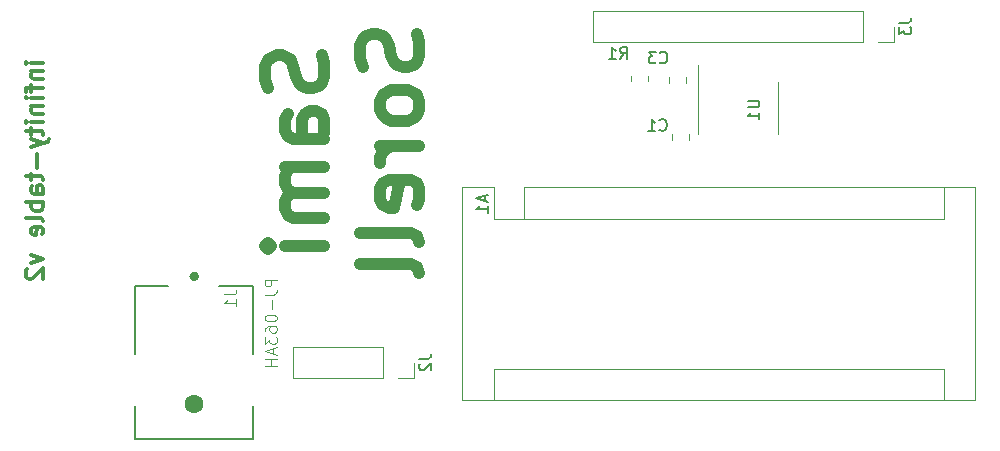
<source format=gbr>
G04 #@! TF.GenerationSoftware,KiCad,Pcbnew,(6.0.1)*
G04 #@! TF.CreationDate,2022-03-23T19:49:34+02:00*
G04 #@! TF.ProjectId,infinity-table-pcb,696e6669-6e69-4747-992d-7461626c652d,rev?*
G04 #@! TF.SameCoordinates,Original*
G04 #@! TF.FileFunction,Legend,Bot*
G04 #@! TF.FilePolarity,Positive*
%FSLAX46Y46*%
G04 Gerber Fmt 4.6, Leading zero omitted, Abs format (unit mm)*
G04 Created by KiCad (PCBNEW (6.0.1)) date 2022-03-23 19:49:34*
%MOMM*%
%LPD*%
G01*
G04 APERTURE LIST*
%ADD10C,1.000000*%
%ADD11C,0.300000*%
%ADD12C,0.150000*%
%ADD13C,0.050000*%
%ADD14C,0.120000*%
%ADD15C,0.127000*%
%ADD16C,0.400000*%
%ADD17C,1.600000*%
G04 APERTURE END LIST*
D10*
X93579009Y-83403514D02*
X93817104Y-84117800D01*
X93817104Y-85308276D01*
X93579009Y-85784466D01*
X93340914Y-86022561D01*
X92864723Y-86260657D01*
X92388533Y-86260657D01*
X91912342Y-86022561D01*
X91674247Y-85784466D01*
X91436152Y-85308276D01*
X91198057Y-84355895D01*
X90959961Y-83879704D01*
X90721866Y-83641609D01*
X90245676Y-83403514D01*
X89769485Y-83403514D01*
X89293295Y-83641609D01*
X89055200Y-83879704D01*
X88817104Y-84355895D01*
X88817104Y-85546371D01*
X89055200Y-86260657D01*
X93817104Y-90546371D02*
X91198057Y-90546371D01*
X90721866Y-90308276D01*
X90483771Y-89832085D01*
X90483771Y-88879704D01*
X90721866Y-88403514D01*
X93579009Y-90546371D02*
X93817104Y-90070180D01*
X93817104Y-88879704D01*
X93579009Y-88403514D01*
X93102819Y-88165419D01*
X92626628Y-88165419D01*
X92150438Y-88403514D01*
X91912342Y-88879704D01*
X91912342Y-90070180D01*
X91674247Y-90546371D01*
X93817104Y-92927323D02*
X90483771Y-92927323D01*
X90959961Y-92927323D02*
X90721866Y-93165419D01*
X90483771Y-93641609D01*
X90483771Y-94355895D01*
X90721866Y-94832085D01*
X91198057Y-95070180D01*
X93817104Y-95070180D01*
X91198057Y-95070180D02*
X90721866Y-95308276D01*
X90483771Y-95784466D01*
X90483771Y-96498752D01*
X90721866Y-96974942D01*
X91198057Y-97213038D01*
X93817104Y-97213038D01*
X93817104Y-99593990D02*
X90483771Y-99593990D01*
X88817104Y-99593990D02*
X89055200Y-99355895D01*
X89293295Y-99593990D01*
X89055200Y-99832085D01*
X88817104Y-99593990D01*
X89293295Y-99593990D01*
X101629009Y-81617800D02*
X101867104Y-82332085D01*
X101867104Y-83522561D01*
X101629009Y-83998752D01*
X101390914Y-84236847D01*
X100914723Y-84474942D01*
X100438533Y-84474942D01*
X99962342Y-84236847D01*
X99724247Y-83998752D01*
X99486152Y-83522561D01*
X99248057Y-82570180D01*
X99009961Y-82093990D01*
X98771866Y-81855895D01*
X98295676Y-81617800D01*
X97819485Y-81617800D01*
X97343295Y-81855895D01*
X97105200Y-82093990D01*
X96867104Y-82570180D01*
X96867104Y-83760657D01*
X97105200Y-84474942D01*
X101867104Y-87332085D02*
X101629009Y-86855895D01*
X101390914Y-86617800D01*
X100914723Y-86379704D01*
X99486152Y-86379704D01*
X99009961Y-86617800D01*
X98771866Y-86855895D01*
X98533771Y-87332085D01*
X98533771Y-88046371D01*
X98771866Y-88522561D01*
X99009961Y-88760657D01*
X99486152Y-88998752D01*
X100914723Y-88998752D01*
X101390914Y-88760657D01*
X101629009Y-88522561D01*
X101867104Y-88046371D01*
X101867104Y-87332085D01*
X101867104Y-91141609D02*
X98533771Y-91141609D01*
X99486152Y-91141609D02*
X99009961Y-91379704D01*
X98771866Y-91617800D01*
X98533771Y-92093990D01*
X98533771Y-92570180D01*
X101629009Y-96141609D02*
X101867104Y-95665419D01*
X101867104Y-94713038D01*
X101629009Y-94236847D01*
X101152819Y-93998752D01*
X99248057Y-93998752D01*
X98771866Y-94236847D01*
X98533771Y-94713038D01*
X98533771Y-95665419D01*
X98771866Y-96141609D01*
X99248057Y-96379704D01*
X99724247Y-96379704D01*
X100200438Y-93998752D01*
X101867104Y-99236847D02*
X101629009Y-98760657D01*
X101152819Y-98522561D01*
X96867104Y-98522561D01*
X101867104Y-101855895D02*
X101629009Y-101379704D01*
X101152819Y-101141609D01*
X96867104Y-101141609D01*
D11*
X70020571Y-84110857D02*
X69020571Y-84110857D01*
X68520571Y-84110857D02*
X68592000Y-84039428D01*
X68663428Y-84110857D01*
X68592000Y-84182285D01*
X68520571Y-84110857D01*
X68663428Y-84110857D01*
X69020571Y-84825142D02*
X70020571Y-84825142D01*
X69163428Y-84825142D02*
X69092000Y-84896571D01*
X69020571Y-85039428D01*
X69020571Y-85253714D01*
X69092000Y-85396571D01*
X69234857Y-85468000D01*
X70020571Y-85468000D01*
X69020571Y-85968000D02*
X69020571Y-86539428D01*
X70020571Y-86182285D02*
X68734857Y-86182285D01*
X68592000Y-86253714D01*
X68520571Y-86396571D01*
X68520571Y-86539428D01*
X70020571Y-87039428D02*
X69020571Y-87039428D01*
X68520571Y-87039428D02*
X68592000Y-86968000D01*
X68663428Y-87039428D01*
X68592000Y-87110857D01*
X68520571Y-87039428D01*
X68663428Y-87039428D01*
X69020571Y-87753714D02*
X70020571Y-87753714D01*
X69163428Y-87753714D02*
X69092000Y-87825142D01*
X69020571Y-87968000D01*
X69020571Y-88182285D01*
X69092000Y-88325142D01*
X69234857Y-88396571D01*
X70020571Y-88396571D01*
X70020571Y-89110857D02*
X69020571Y-89110857D01*
X68520571Y-89110857D02*
X68592000Y-89039428D01*
X68663428Y-89110857D01*
X68592000Y-89182285D01*
X68520571Y-89110857D01*
X68663428Y-89110857D01*
X69020571Y-89610857D02*
X69020571Y-90182285D01*
X68520571Y-89825142D02*
X69806285Y-89825142D01*
X69949142Y-89896571D01*
X70020571Y-90039428D01*
X70020571Y-90182285D01*
X69020571Y-90539428D02*
X70020571Y-90896571D01*
X69020571Y-91253714D02*
X70020571Y-90896571D01*
X70377714Y-90753714D01*
X70449142Y-90682285D01*
X70520571Y-90539428D01*
X69449142Y-91825142D02*
X69449142Y-92968000D01*
X69020571Y-93468000D02*
X69020571Y-94039428D01*
X68520571Y-93682285D02*
X69806285Y-93682285D01*
X69949142Y-93753714D01*
X70020571Y-93896571D01*
X70020571Y-94039428D01*
X70020571Y-95182285D02*
X69234857Y-95182285D01*
X69092000Y-95110857D01*
X69020571Y-94968000D01*
X69020571Y-94682285D01*
X69092000Y-94539428D01*
X69949142Y-95182285D02*
X70020571Y-95039428D01*
X70020571Y-94682285D01*
X69949142Y-94539428D01*
X69806285Y-94468000D01*
X69663428Y-94468000D01*
X69520571Y-94539428D01*
X69449142Y-94682285D01*
X69449142Y-95039428D01*
X69377714Y-95182285D01*
X70020571Y-95896571D02*
X68520571Y-95896571D01*
X69092000Y-95896571D02*
X69020571Y-96039428D01*
X69020571Y-96325142D01*
X69092000Y-96468000D01*
X69163428Y-96539428D01*
X69306285Y-96610857D01*
X69734857Y-96610857D01*
X69877714Y-96539428D01*
X69949142Y-96468000D01*
X70020571Y-96325142D01*
X70020571Y-96039428D01*
X69949142Y-95896571D01*
X70020571Y-97468000D02*
X69949142Y-97325142D01*
X69806285Y-97253714D01*
X68520571Y-97253714D01*
X69949142Y-98610857D02*
X70020571Y-98468000D01*
X70020571Y-98182285D01*
X69949142Y-98039428D01*
X69806285Y-97968000D01*
X69234857Y-97968000D01*
X69092000Y-98039428D01*
X69020571Y-98182285D01*
X69020571Y-98468000D01*
X69092000Y-98610857D01*
X69234857Y-98682285D01*
X69377714Y-98682285D01*
X69520571Y-97968000D01*
X69020571Y-100325142D02*
X70020571Y-100682285D01*
X69020571Y-101039428D01*
X68663428Y-101539428D02*
X68592000Y-101610857D01*
X68520571Y-101753714D01*
X68520571Y-102110857D01*
X68592000Y-102253714D01*
X68663428Y-102325142D01*
X68806285Y-102396571D01*
X68949142Y-102396571D01*
X69163428Y-102325142D01*
X70020571Y-101468000D01*
X70020571Y-102396571D01*
D12*
X107380066Y-95338514D02*
X107380066Y-95814704D01*
X107665780Y-95243276D02*
X106665780Y-95576609D01*
X107665780Y-95909942D01*
X107665780Y-96767085D02*
X107665780Y-96195657D01*
X107665780Y-96481371D02*
X106665780Y-96481371D01*
X106808638Y-96386133D01*
X106903876Y-96290895D01*
X106951495Y-96195657D01*
X101858380Y-109140666D02*
X102572666Y-109140666D01*
X102715523Y-109093047D01*
X102810761Y-108997809D01*
X102858380Y-108854952D01*
X102858380Y-108759714D01*
X101953619Y-109569238D02*
X101906000Y-109616857D01*
X101858380Y-109712095D01*
X101858380Y-109950190D01*
X101906000Y-110045428D01*
X101953619Y-110093047D01*
X102048857Y-110140666D01*
X102144095Y-110140666D01*
X102286952Y-110093047D01*
X102858380Y-109521619D01*
X102858380Y-110140666D01*
D13*
X85355055Y-103679590D02*
X86069505Y-103679590D01*
X86212395Y-103631960D01*
X86307655Y-103536700D01*
X86355285Y-103393810D01*
X86355285Y-103298550D01*
X86355285Y-104679820D02*
X86355285Y-104108260D01*
X86355285Y-104394040D02*
X85355055Y-104394040D01*
X85497945Y-104298780D01*
X85593205Y-104203520D01*
X85640835Y-104108260D01*
X89785008Y-102447326D02*
X88783178Y-102447326D01*
X88783178Y-102828975D01*
X88830885Y-102924388D01*
X88878591Y-102972094D01*
X88974003Y-103019800D01*
X89117122Y-103019800D01*
X89212534Y-102972094D01*
X89260240Y-102924388D01*
X89307946Y-102828975D01*
X89307946Y-102447326D01*
X88783178Y-103735393D02*
X89498771Y-103735393D01*
X89641890Y-103687687D01*
X89737302Y-103592275D01*
X89785008Y-103449156D01*
X89785008Y-103353744D01*
X89403359Y-104212455D02*
X89403359Y-104975754D01*
X88783178Y-105643641D02*
X88783178Y-105739053D01*
X88830885Y-105834465D01*
X88878591Y-105882172D01*
X88974003Y-105929878D01*
X89164828Y-105977584D01*
X89403359Y-105977584D01*
X89594184Y-105929878D01*
X89689596Y-105882172D01*
X89737302Y-105834465D01*
X89785008Y-105739053D01*
X89785008Y-105643641D01*
X89737302Y-105548228D01*
X89689596Y-105500522D01*
X89594184Y-105452816D01*
X89403359Y-105405110D01*
X89164828Y-105405110D01*
X88974003Y-105452816D01*
X88878591Y-105500522D01*
X88830885Y-105548228D01*
X88783178Y-105643641D01*
X88783178Y-106836295D02*
X88783178Y-106645471D01*
X88830885Y-106550058D01*
X88878591Y-106502352D01*
X89021709Y-106406940D01*
X89212534Y-106359234D01*
X89594184Y-106359234D01*
X89689596Y-106406940D01*
X89737302Y-106454646D01*
X89785008Y-106550058D01*
X89785008Y-106740883D01*
X89737302Y-106836295D01*
X89689596Y-106884002D01*
X89594184Y-106931708D01*
X89355653Y-106931708D01*
X89260240Y-106884002D01*
X89212534Y-106836295D01*
X89164828Y-106740883D01*
X89164828Y-106550058D01*
X89212534Y-106454646D01*
X89260240Y-106406940D01*
X89355653Y-106359234D01*
X88783178Y-107265651D02*
X88783178Y-107885832D01*
X89164828Y-107551888D01*
X89164828Y-107695007D01*
X89212534Y-107790419D01*
X89260240Y-107838125D01*
X89355653Y-107885832D01*
X89594184Y-107885832D01*
X89689596Y-107838125D01*
X89737302Y-107790419D01*
X89785008Y-107695007D01*
X89785008Y-107408770D01*
X89737302Y-107313357D01*
X89689596Y-107265651D01*
X89498771Y-108267481D02*
X89498771Y-108744543D01*
X89785008Y-108172069D02*
X88783178Y-108506012D01*
X89785008Y-108839955D01*
X89785008Y-109173899D02*
X88783178Y-109173899D01*
X89260240Y-109173899D02*
X89260240Y-109746373D01*
X89785008Y-109746373D02*
X88783178Y-109746373D01*
D12*
X122188266Y-89765142D02*
X122235885Y-89812761D01*
X122378742Y-89860380D01*
X122473980Y-89860380D01*
X122616838Y-89812761D01*
X122712076Y-89717523D01*
X122759695Y-89622285D01*
X122807314Y-89431809D01*
X122807314Y-89288952D01*
X122759695Y-89098476D01*
X122712076Y-89003238D01*
X122616838Y-88908000D01*
X122473980Y-88860380D01*
X122378742Y-88860380D01*
X122235885Y-88908000D01*
X122188266Y-88955619D01*
X121235885Y-89860380D02*
X121807314Y-89860380D01*
X121521600Y-89860380D02*
X121521600Y-88860380D01*
X121616838Y-89003238D01*
X121712076Y-89098476D01*
X121807314Y-89146095D01*
X122213666Y-84050142D02*
X122261285Y-84097761D01*
X122404142Y-84145380D01*
X122499380Y-84145380D01*
X122642238Y-84097761D01*
X122737476Y-84002523D01*
X122785095Y-83907285D01*
X122832714Y-83716809D01*
X122832714Y-83573952D01*
X122785095Y-83383476D01*
X122737476Y-83288238D01*
X122642238Y-83193000D01*
X122499380Y-83145380D01*
X122404142Y-83145380D01*
X122261285Y-83193000D01*
X122213666Y-83240619D01*
X121880333Y-83145380D02*
X121261285Y-83145380D01*
X121594619Y-83526333D01*
X121451761Y-83526333D01*
X121356523Y-83573952D01*
X121308904Y-83621571D01*
X121261285Y-83716809D01*
X121261285Y-83954904D01*
X121308904Y-84050142D01*
X121356523Y-84097761D01*
X121451761Y-84145380D01*
X121737476Y-84145380D01*
X121832714Y-84097761D01*
X121880333Y-84050142D01*
X142498380Y-80692666D02*
X143212666Y-80692666D01*
X143355523Y-80645047D01*
X143450761Y-80549809D01*
X143498380Y-80406952D01*
X143498380Y-80311714D01*
X142498380Y-81073619D02*
X142498380Y-81692666D01*
X142879333Y-81359333D01*
X142879333Y-81502190D01*
X142926952Y-81597428D01*
X142974571Y-81645047D01*
X143069809Y-81692666D01*
X143307904Y-81692666D01*
X143403142Y-81645047D01*
X143450761Y-81597428D01*
X143498380Y-81502190D01*
X143498380Y-81216476D01*
X143450761Y-81121238D01*
X143403142Y-81073619D01*
X129652780Y-87299895D02*
X130462304Y-87299895D01*
X130557542Y-87347514D01*
X130605161Y-87395133D01*
X130652780Y-87490371D01*
X130652780Y-87680847D01*
X130605161Y-87776085D01*
X130557542Y-87823704D01*
X130462304Y-87871323D01*
X129652780Y-87871323D01*
X130652780Y-88871323D02*
X130652780Y-88299895D01*
X130652780Y-88585609D02*
X129652780Y-88585609D01*
X129795638Y-88490371D01*
X129890876Y-88395133D01*
X129938495Y-88299895D01*
X118860866Y-83764380D02*
X119194200Y-83288190D01*
X119432295Y-83764380D02*
X119432295Y-82764380D01*
X119051342Y-82764380D01*
X118956104Y-82812000D01*
X118908485Y-82859619D01*
X118860866Y-82954857D01*
X118860866Y-83097714D01*
X118908485Y-83192952D01*
X118956104Y-83240571D01*
X119051342Y-83288190D01*
X119432295Y-83288190D01*
X117908485Y-83764380D02*
X118479914Y-83764380D01*
X118194200Y-83764380D02*
X118194200Y-82764380D01*
X118289438Y-82907238D01*
X118384676Y-83002476D01*
X118479914Y-83050095D01*
D14*
X148923200Y-112652000D02*
X105483200Y-112652000D01*
X146253200Y-97282000D02*
X146253200Y-94612000D01*
X110693200Y-97282000D02*
X146253200Y-97282000D01*
X108153200Y-109982000D02*
X146253200Y-109982000D01*
X110693200Y-97282000D02*
X110693200Y-94612000D01*
X148923200Y-94612000D02*
X148923200Y-112652000D01*
X110693200Y-94612000D02*
X148923200Y-94612000D01*
X110693200Y-97282000D02*
X108153200Y-97282000D01*
X105483200Y-112652000D02*
X105483200Y-94612000D01*
X108153200Y-97282000D02*
X108153200Y-94612000D01*
X146253200Y-109982000D02*
X146253200Y-112652000D01*
X108153200Y-109982000D02*
X108153200Y-112652000D01*
X105483200Y-94612000D02*
X108153200Y-94612000D01*
X100076000Y-110804000D02*
X101406000Y-110804000D01*
X98806000Y-110804000D02*
X98806000Y-108144000D01*
X98806000Y-108144000D02*
X91126000Y-108144000D01*
X98806000Y-110804000D02*
X91126000Y-110804000D01*
X101406000Y-110804000D02*
X101406000Y-109474000D01*
X91126000Y-110804000D02*
X91126000Y-108144000D01*
D15*
X87804000Y-102982000D02*
X84904000Y-102982000D01*
X77804000Y-115982000D02*
X87804000Y-115982000D01*
X87804000Y-108782000D02*
X87804000Y-102982000D01*
X77804000Y-113182000D02*
X77804000Y-115982000D01*
X80604000Y-102982000D02*
X77804000Y-102982000D01*
X87804000Y-115982000D02*
X87804000Y-113182000D01*
X77804000Y-102982000D02*
X77804000Y-108782000D01*
D16*
X83004000Y-102182000D02*
G75*
G03*
X83004000Y-102182000I-200000J0D01*
G01*
D14*
X123217000Y-90096748D02*
X123217000Y-90619252D01*
X124687000Y-90096748D02*
X124687000Y-90619252D01*
X124433000Y-85270748D02*
X124433000Y-85793252D01*
X122963000Y-85270748D02*
X122963000Y-85793252D01*
X140716000Y-82356000D02*
X142046000Y-82356000D01*
X142046000Y-82356000D02*
X142046000Y-81026000D01*
X116526000Y-82356000D02*
X116526000Y-79696000D01*
X139446000Y-82356000D02*
X116526000Y-82356000D01*
X139446000Y-79696000D02*
X116526000Y-79696000D01*
X139446000Y-82356000D02*
X139446000Y-79696000D01*
X125464000Y-87906480D02*
X125464000Y-90106480D01*
X125464000Y-87906480D02*
X125464000Y-84306480D01*
X132234000Y-87906480D02*
X132234000Y-85706480D01*
X132234000Y-87906480D02*
X132234000Y-90106480D01*
X119762600Y-85165836D02*
X119762600Y-85619964D01*
X121232600Y-85165836D02*
X121232600Y-85619964D01*
D17*
X82804000Y-112982000D03*
M02*

</source>
